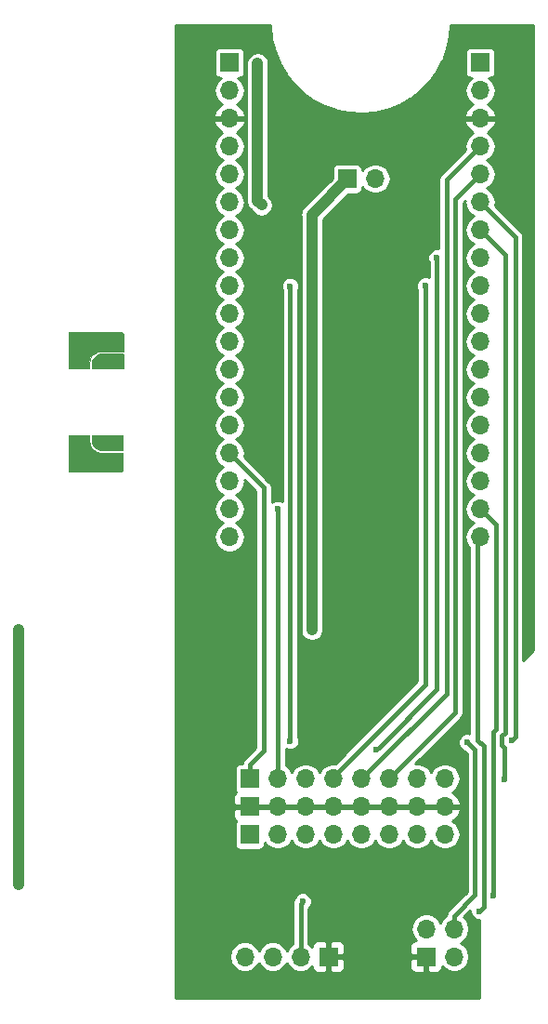
<source format=gbl>
G04 #@! TF.GenerationSoftware,KiCad,Pcbnew,5.0.0*
G04 #@! TF.CreationDate,2018-07-16T21:17:55+02:00*
G04 #@! TF.ProjectId,Heltec_Node,48656C7465635F4E6F64652E6B696361,rev?*
G04 #@! TF.SameCoordinates,Original*
G04 #@! TF.FileFunction,Copper,L2,Bot,Signal*
G04 #@! TF.FilePolarity,Positive*
%FSLAX46Y46*%
G04 Gerber Fmt 4.6, Leading zero omitted, Abs format (unit mm)*
G04 Created by KiCad (PCBNEW 5.0.0) date Mon Jul 16 21:17:55 2018*
%MOMM*%
%LPD*%
G01*
G04 APERTURE LIST*
G04 #@! TA.AperFunction,ComponentPad*
%ADD10R,1.700000X1.700000*%
G04 #@! TD*
G04 #@! TA.AperFunction,ComponentPad*
%ADD11O,1.700000X1.700000*%
G04 #@! TD*
G04 #@! TA.AperFunction,ViaPad*
%ADD12C,0.600000*%
G04 #@! TD*
G04 #@! TA.AperFunction,Conductor*
%ADD13C,0.400000*%
G04 #@! TD*
G04 #@! TA.AperFunction,Conductor*
%ADD14C,1.000000*%
G04 #@! TD*
G04 #@! TA.AperFunction,NonConductor*
%ADD15C,0.050000*%
G04 #@! TD*
G04 #@! TA.AperFunction,Conductor*
%ADD16C,0.254000*%
G04 #@! TD*
G04 APERTURE END LIST*
D10*
G04 #@! TO.P,J1,1*
G04 #@! TO.N,GND*
X120060000Y-79600000D03*
D11*
G04 #@! TO.P,J1,2*
G04 #@! TO.N,+5V*
X120060000Y-82140000D03*
G04 #@! TO.P,J1,3*
G04 #@! TO.N,+3V3*
X120060000Y-84680000D03*
G04 #@! TO.P,J1,4*
G04 #@! TO.N,GND*
X120060000Y-87220000D03*
G04 #@! TO.P,J1,5*
G04 #@! TO.N,Net-(J1-Pad5)*
X120060000Y-89760000D03*
G04 #@! TO.P,J1,6*
G04 #@! TO.N,Net-(J1-Pad6)*
X120060000Y-92300000D03*
G04 #@! TO.P,J1,7*
G04 #@! TO.N,Net-(J1-Pad7)*
X120060000Y-94840000D03*
G04 #@! TO.P,J1,8*
G04 #@! TO.N,Net-(J1-Pad8)*
X120060000Y-97380000D03*
G04 #@! TO.P,J1,9*
G04 #@! TO.N,SCL*
X120060000Y-99920000D03*
G04 #@! TO.P,J1,10*
G04 #@! TO.N,Net-(J1-Pad10)*
X120060000Y-102460000D03*
G04 #@! TO.P,J1,11*
G04 #@! TO.N,23*
X120060000Y-105000000D03*
G04 #@! TO.P,J1,12*
G04 #@! TO.N,Net-(J1-Pad12)*
X120060000Y-107540000D03*
G04 #@! TO.P,J1,13*
G04 #@! TO.N,Net-(J1-Pad13)*
X120060000Y-110080000D03*
G04 #@! TO.P,J1,14*
G04 #@! TO.N,Net-(J1-Pad14)*
X120060000Y-112620000D03*
G04 #@! TO.P,J1,15*
G04 #@! TO.N,2*
X120060000Y-115160000D03*
G04 #@! TO.P,J1,16*
G04 #@! TO.N,Net-(J1-Pad16)*
X120060000Y-117700000D03*
G04 #@! TO.P,J1,17*
G04 #@! TO.N,17*
X120060000Y-120240000D03*
G04 #@! TO.P,J1,18*
G04 #@! TO.N,Net-(J1-Pad18)*
X120060000Y-122780000D03*
G04 #@! TD*
D10*
G04 #@! TO.P,J2,1*
G04 #@! TO.N,GND*
X142920000Y-79600000D03*
D11*
G04 #@! TO.P,J2,2*
G04 #@! TO.N,+5V*
X142920000Y-82140000D03*
G04 #@! TO.P,J2,3*
G04 #@! TO.N,+3V3*
X142920000Y-84680000D03*
G04 #@! TO.P,J2,4*
G04 #@! TO.N,36*
X142920000Y-87220000D03*
G04 #@! TO.P,J2,5*
G04 #@! TO.N,37*
X142920000Y-89760000D03*
G04 #@! TO.P,J2,6*
G04 #@! TO.N,38*
X142920000Y-92300000D03*
G04 #@! TO.P,J2,7*
G04 #@! TO.N,39*
X142920000Y-94840000D03*
G04 #@! TO.P,J2,8*
G04 #@! TO.N,34*
X142920000Y-97380000D03*
G04 #@! TO.P,J2,9*
G04 #@! TO.N,35*
X142920000Y-99920000D03*
G04 #@! TO.P,J2,10*
G04 #@! TO.N,Net-(J2-Pad10)*
X142920000Y-102460000D03*
G04 #@! TO.P,J2,11*
G04 #@! TO.N,Net-(J2-Pad11)*
X142920000Y-105000000D03*
G04 #@! TO.P,J2,12*
G04 #@! TO.N,DAC2*
X142920000Y-107540000D03*
G04 #@! TO.P,J2,13*
G04 #@! TO.N,Net-(J2-Pad13)*
X142920000Y-110080000D03*
G04 #@! TO.P,J2,14*
G04 #@! TO.N,Net-(J2-Pad14)*
X142920000Y-112620000D03*
G04 #@! TO.P,J2,15*
G04 #@! TO.N,Net-(J2-Pad15)*
X142920000Y-115160000D03*
G04 #@! TO.P,J2,16*
G04 #@! TO.N,12*
X142920000Y-117700000D03*
G04 #@! TO.P,J2,17*
G04 #@! TO.N,DHT_D*
X142920000Y-120240000D03*
G04 #@! TO.P,J2,18*
G04 #@! TO.N,SDA*
X142920000Y-122780000D03*
G04 #@! TD*
D10*
G04 #@! TO.P,J3,1*
G04 #@! TO.N,2*
X121920000Y-144780000D03*
D11*
G04 #@! TO.P,J3,2*
G04 #@! TO.N,17*
X124460000Y-144780000D03*
G04 #@! TO.P,J3,3*
G04 #@! TO.N,34*
X127000000Y-144780000D03*
G04 #@! TO.P,J3,4*
G04 #@! TO.N,35*
X129540000Y-144780000D03*
G04 #@! TO.P,J3,5*
G04 #@! TO.N,36*
X132080000Y-144780000D03*
G04 #@! TO.P,J3,6*
G04 #@! TO.N,37*
X134620000Y-144780000D03*
G04 #@! TO.P,J3,7*
G04 #@! TO.N,38*
X137160000Y-144780000D03*
G04 #@! TO.P,J3,8*
G04 #@! TO.N,39*
X139700000Y-144780000D03*
G04 #@! TD*
D10*
G04 #@! TO.P,J4,1*
G04 #@! TO.N,+3V3*
X121920000Y-147320000D03*
D11*
G04 #@! TO.P,J4,2*
X124460000Y-147320000D03*
G04 #@! TO.P,J4,3*
X127000000Y-147320000D03*
G04 #@! TO.P,J4,4*
X129540000Y-147320000D03*
G04 #@! TO.P,J4,5*
X132080000Y-147320000D03*
G04 #@! TO.P,J4,6*
X134620000Y-147320000D03*
G04 #@! TO.P,J4,7*
X137160000Y-147320000D03*
G04 #@! TO.P,J4,8*
X139700000Y-147320000D03*
G04 #@! TD*
D10*
G04 #@! TO.P,J5,1*
G04 #@! TO.N,GND*
X121920000Y-149860000D03*
D11*
G04 #@! TO.P,J5,2*
X124460000Y-149860000D03*
G04 #@! TO.P,J5,3*
X127000000Y-149860000D03*
G04 #@! TO.P,J5,4*
X129540000Y-149860000D03*
G04 #@! TO.P,J5,5*
X132080000Y-149860000D03*
G04 #@! TO.P,J5,6*
X134620000Y-149860000D03*
G04 #@! TO.P,J5,7*
X137160000Y-149860000D03*
G04 #@! TO.P,J5,8*
X139700000Y-149860000D03*
G04 #@! TD*
D10*
G04 #@! TO.P,J6,1*
G04 #@! TO.N,+3V3*
X138000000Y-161000000D03*
D11*
G04 #@! TO.P,J6,2*
G04 #@! TO.N,SDA*
X138000000Y-158460000D03*
G04 #@! TO.P,J6,3*
G04 #@! TO.N,GND*
X140540000Y-161000000D03*
G04 #@! TO.P,J6,4*
G04 #@! TO.N,SCL*
X140540000Y-158460000D03*
G04 #@! TD*
D10*
G04 #@! TO.P,J7,1*
G04 #@! TO.N,+3V3*
X129080000Y-161000000D03*
D11*
G04 #@! TO.P,J7,2*
G04 #@! TO.N,DHT_D*
X126540000Y-161000000D03*
G04 #@! TO.P,J7,3*
G04 #@! TO.N,Net-(J7-Pad3)*
X124000000Y-161000000D03*
G04 #@! TO.P,J7,4*
G04 #@! TO.N,GND*
X121460000Y-161000000D03*
G04 #@! TD*
D10*
G04 #@! TO.P,J8,1*
G04 #@! TO.N,Net-(BT1-Pad1)*
X130810000Y-90170000D03*
D11*
G04 #@! TO.P,J8,2*
G04 #@! TO.N,Net-(BT1-Pad2)*
X133350000Y-90170000D03*
G04 #@! TD*
D12*
G04 #@! TO.N,SCL*
X125589533Y-99945845D03*
X125589533Y-141346392D03*
X141732000Y-141478000D03*
G04 #@! TO.N,17*
X124460000Y-120240000D03*
G04 #@! TO.N,38*
X145802158Y-141267883D03*
G04 #@! TO.N,39*
X145163802Y-144813799D03*
G04 #@! TO.N,34*
X133438560Y-142182130D03*
X138954588Y-97372364D03*
G04 #@! TO.N,35*
X137922890Y-99892054D03*
G04 #@! TO.N,DHT_D*
X144127827Y-155448000D03*
X126746000Y-155956000D03*
G04 #@! TO.N,SDA*
X142858527Y-156836173D03*
G04 #@! TO.N,Net-(BT1-Pad1)*
X100883814Y-131221968D03*
X127579147Y-131223061D03*
X100838000Y-154432000D03*
G04 #@! TO.N,Net-(BT1-Pad2)*
X122631530Y-79696649D03*
X122995450Y-92550160D03*
G04 #@! TD*
D13*
G04 #@! TO.N,SCL*
X140540000Y-158460000D02*
X140540000Y-157257919D01*
X142427806Y-155370113D02*
X142427806Y-142173806D01*
X142427806Y-142173806D02*
X141732000Y-141478000D01*
X140540000Y-157257919D02*
X142427806Y-155370113D01*
X125563688Y-99920000D02*
X125589533Y-99945845D01*
X125589533Y-99945845D02*
X125589533Y-140922128D01*
X125589533Y-140922128D02*
X125589533Y-141346392D01*
G04 #@! TO.N,2*
X123190000Y-142260000D02*
X123190000Y-118290000D01*
X123190000Y-118290000D02*
X120060000Y-115160000D01*
X121920000Y-144780000D02*
X121920000Y-143530000D01*
X121920000Y-143530000D02*
X123190000Y-142260000D01*
G04 #@! TO.N,17*
X124460000Y-144780000D02*
X124460000Y-120240000D01*
G04 #@! TO.N,36*
X132080000Y-144780000D02*
X132929999Y-143930001D01*
X139854598Y-90285402D02*
X142070001Y-88069999D01*
X132963497Y-143930001D02*
X139854598Y-137038900D01*
X132929999Y-143930001D02*
X132963497Y-143930001D01*
X139854598Y-137038900D02*
X139854598Y-90285402D01*
X142070001Y-88069999D02*
X142920000Y-87220000D01*
G04 #@! TO.N,37*
X140654609Y-92025391D02*
X140654609Y-138745391D01*
X142920000Y-89760000D02*
X140654609Y-92025391D01*
X135469999Y-143930001D02*
X134620000Y-144780000D01*
X140654609Y-138745391D02*
X135469999Y-143930001D01*
G04 #@! TO.N,38*
X146102157Y-140967884D02*
X145802158Y-141267883D01*
X146102157Y-95482157D02*
X146102157Y-140967884D01*
X142920000Y-92300000D02*
X146102157Y-95482157D01*
G04 #@! TO.N,39*
X145163802Y-141990838D02*
X145163802Y-144389535D01*
X145170012Y-97090012D02*
X145170012Y-140597336D01*
X142920000Y-94840000D02*
X145170012Y-97090012D01*
X144902157Y-140865191D02*
X144902157Y-141729193D01*
X144902157Y-141729193D02*
X145163802Y-141990838D01*
X145163802Y-144389535D02*
X145163802Y-144813799D01*
X145170012Y-140597336D02*
X144902157Y-140865191D01*
G04 #@! TO.N,34*
X133738559Y-141882131D02*
X133438560Y-142182130D01*
X138954588Y-136666102D02*
X133738559Y-141882131D01*
X138954588Y-97372364D02*
X138954588Y-136666102D01*
G04 #@! TO.N,35*
X129540000Y-144592448D02*
X137927560Y-136204888D01*
X137927560Y-136204888D02*
X137927560Y-100320988D01*
X137922890Y-100316318D02*
X137922890Y-99892054D01*
X137927560Y-100320988D02*
X137922890Y-100316318D01*
X129540000Y-144780000D02*
X129540000Y-144592448D01*
G04 #@! TO.N,DHT_D*
X142920000Y-120240000D02*
X144370001Y-121690001D01*
X144127827Y-155023736D02*
X144127827Y-155448000D01*
X144370001Y-121690001D02*
X144370001Y-140265961D01*
X144370001Y-140265961D02*
X144102146Y-140533816D01*
X144102146Y-140533816D02*
X144102146Y-142104532D01*
X144102146Y-142104532D02*
X144127827Y-142130213D01*
X144127827Y-142130213D02*
X144127827Y-155023736D01*
X126540000Y-161000000D02*
X126540000Y-156162000D01*
X126540000Y-156162000D02*
X126746000Y-155956000D01*
G04 #@! TO.N,SDA*
X142920000Y-122780000D02*
X142657303Y-123042697D01*
X143227817Y-141842431D02*
X143227817Y-156466883D01*
X142657303Y-123042697D02*
X142657303Y-141271917D01*
X142657303Y-141271917D02*
X143227817Y-141842431D01*
X143227817Y-156466883D02*
X143158526Y-156536174D01*
X143158526Y-156536174D02*
X142858527Y-156836173D01*
D14*
G04 #@! TO.N,Net-(BT1-Pad1)*
X100838000Y-131267782D02*
X100883814Y-131221968D01*
X100838000Y-154432000D02*
X100838000Y-131267782D01*
X127579147Y-130798797D02*
X127579147Y-131223061D01*
X127579147Y-93420853D02*
X127579147Y-130798797D01*
X131000000Y-90000000D02*
X127579147Y-93420853D01*
G04 #@! TO.N,Net-(BT1-Pad2)*
X122631530Y-92186240D02*
X122631530Y-80120913D01*
X122995450Y-92550160D02*
X122631530Y-92186240D01*
X122631530Y-80120913D02*
X122631530Y-79696649D01*
G04 #@! TD*
D15*
G36*
X110289431Y-104207530D02*
X110308095Y-104252589D01*
X110308096Y-104252590D01*
X110376241Y-104354576D01*
X110376241Y-105866801D01*
X108361662Y-105866801D01*
X108349586Y-105869203D01*
X108349583Y-105869203D01*
X107966900Y-105945323D01*
X107966899Y-105945323D01*
X107921839Y-105963987D01*
X107597416Y-106180760D01*
X107562928Y-106215248D01*
X107346156Y-106539671D01*
X107346155Y-106539672D01*
X107327491Y-106584732D01*
X107251371Y-106967415D01*
X107251371Y-106967423D01*
X107248970Y-106979494D01*
X107248970Y-107466801D01*
X105426241Y-107466801D01*
X105426241Y-104118889D01*
X110271393Y-104116844D01*
X110289431Y-104207530D01*
X110289431Y-104207530D01*
G37*
X110289431Y-104207530D02*
X110308095Y-104252589D01*
X110308096Y-104252590D01*
X110376241Y-104354576D01*
X110376241Y-105866801D01*
X108361662Y-105866801D01*
X108349586Y-105869203D01*
X108349583Y-105869203D01*
X107966900Y-105945323D01*
X107966899Y-105945323D01*
X107921839Y-105963987D01*
X107597416Y-106180760D01*
X107562928Y-106215248D01*
X107346156Y-106539671D01*
X107346155Y-106539672D01*
X107327491Y-106584732D01*
X107251371Y-106967415D01*
X107251371Y-106967423D01*
X107248970Y-106979494D01*
X107248970Y-107466801D01*
X105426241Y-107466801D01*
X105426241Y-104118889D01*
X110271393Y-104116844D01*
X110289431Y-104207530D01*
G36*
X110376241Y-106119702D02*
X110376241Y-107466801D01*
X107498969Y-107466801D01*
X107498969Y-107004111D01*
X107567836Y-106657891D01*
X107756983Y-106374813D01*
X108040059Y-106185668D01*
X108386279Y-106116801D01*
X110361659Y-106116801D01*
X110376241Y-106119702D01*
X110376241Y-106119702D01*
G37*
X110376241Y-106119702D02*
X110376241Y-107466801D01*
X107498969Y-107466801D01*
X107498969Y-107004111D01*
X107567836Y-106657891D01*
X107756983Y-106374813D01*
X108040059Y-106185668D01*
X108386279Y-106116801D01*
X110361659Y-106116801D01*
X110376241Y-106119702D01*
G36*
X107248969Y-114004107D02*
X107251371Y-114016183D01*
X107251371Y-114016187D01*
X107327491Y-114398870D01*
X107327491Y-114398871D01*
X107346155Y-114443930D01*
X107562928Y-114768354D01*
X107597416Y-114802842D01*
X107921839Y-115019615D01*
X107966899Y-115038279D01*
X107966900Y-115038279D01*
X108349583Y-115114399D01*
X108349586Y-115114399D01*
X108361662Y-115116801D01*
X110348969Y-115116801D01*
X110348969Y-116677842D01*
X110308096Y-116739012D01*
X110308095Y-116739013D01*
X110289431Y-116784072D01*
X110272967Y-116866845D01*
X105398969Y-116868957D01*
X105398969Y-113516801D01*
X107248969Y-113516801D01*
X107248969Y-114004107D01*
X107248969Y-114004107D01*
G37*
X107248969Y-114004107D02*
X107251371Y-114016183D01*
X107251371Y-114016187D01*
X107327491Y-114398870D01*
X107327491Y-114398871D01*
X107346155Y-114443930D01*
X107562928Y-114768354D01*
X107597416Y-114802842D01*
X107921839Y-115019615D01*
X107966899Y-115038279D01*
X107966900Y-115038279D01*
X108349583Y-115114399D01*
X108349586Y-115114399D01*
X108361662Y-115116801D01*
X110348969Y-115116801D01*
X110348969Y-116677842D01*
X110308096Y-116739012D01*
X110308095Y-116739013D01*
X110289431Y-116784072D01*
X110272967Y-116866845D01*
X105398969Y-116868957D01*
X105398969Y-113516801D01*
X107248969Y-113516801D01*
X107248969Y-114004107D01*
G36*
X110348969Y-114866801D02*
X108386279Y-114866801D01*
X108040059Y-114797934D01*
X107756983Y-114608789D01*
X107567836Y-114325711D01*
X107498969Y-113979491D01*
X107498969Y-113516801D01*
X110348969Y-113516801D01*
X110348969Y-114866801D01*
X110348969Y-114866801D01*
G37*
X110348969Y-114866801D02*
X108386279Y-114866801D01*
X108040059Y-114797934D01*
X107756983Y-114608789D01*
X107567836Y-114325711D01*
X107498969Y-113979491D01*
X107498969Y-113516801D01*
X110348969Y-113516801D01*
X110348969Y-114866801D01*
D16*
G04 #@! TO.N,+3V3*
G36*
X123776976Y-76254852D02*
X123777515Y-76261075D01*
X123777515Y-76267318D01*
X123778130Y-76274423D01*
X123893307Y-77398570D01*
X123895454Y-77410870D01*
X123897210Y-77423210D01*
X123898820Y-77430157D01*
X124171243Y-78526860D01*
X124175100Y-78538730D01*
X124178579Y-78550705D01*
X124181152Y-78557355D01*
X124605382Y-79604732D01*
X124610870Y-79615935D01*
X124616005Y-79627306D01*
X124619489Y-79633527D01*
X125187065Y-80610681D01*
X125194067Y-80620983D01*
X125200762Y-80631533D01*
X125205088Y-80637201D01*
X125904684Y-81524635D01*
X125913079Y-81533860D01*
X125921182Y-81543348D01*
X125926264Y-81548350D01*
X126743921Y-82328356D01*
X126753513Y-82336291D01*
X126762891Y-82344559D01*
X126768627Y-82348795D01*
X127688030Y-83005810D01*
X127698665Y-83012327D01*
X127709094Y-83019178D01*
X127715370Y-83022564D01*
X128718175Y-83543480D01*
X128729629Y-83548436D01*
X128740913Y-83553746D01*
X128747603Y-83556214D01*
X129813802Y-83930636D01*
X129825834Y-83933928D01*
X129837759Y-83937596D01*
X129844730Y-83939097D01*
X130953048Y-84159556D01*
X130965421Y-84161119D01*
X130977747Y-84163071D01*
X130984860Y-84163575D01*
X132113185Y-84225670D01*
X132125647Y-84225474D01*
X132138133Y-84225670D01*
X132145246Y-84225166D01*
X133271063Y-84127660D01*
X133283379Y-84125709D01*
X133295762Y-84124145D01*
X133302730Y-84122645D01*
X133302734Y-84122644D01*
X133302737Y-84122643D01*
X134403580Y-83867481D01*
X134415502Y-83863814D01*
X134427537Y-83860521D01*
X134434227Y-83858053D01*
X135488138Y-83450325D01*
X135499408Y-83445021D01*
X135510875Y-83440059D01*
X135517151Y-83436673D01*
X136503100Y-82884516D01*
X136513529Y-82877665D01*
X136524164Y-82871148D01*
X136529900Y-82866911D01*
X137428212Y-82181342D01*
X137437577Y-82173085D01*
X137447182Y-82165139D01*
X137452264Y-82160137D01*
X138245017Y-81354831D01*
X138253115Y-81345349D01*
X138261515Y-81336118D01*
X138265841Y-81330449D01*
X138937216Y-80421480D01*
X138943896Y-80410953D01*
X138950913Y-80400628D01*
X138954397Y-80394406D01*
X139491000Y-79399908D01*
X139496128Y-79388551D01*
X139501623Y-79377334D01*
X139504195Y-79370684D01*
X139895319Y-78310497D01*
X139898797Y-78298525D01*
X139902654Y-78286653D01*
X139904264Y-78279706D01*
X140142104Y-77174987D01*
X140143860Y-77162647D01*
X140146007Y-77150347D01*
X140146622Y-77143242D01*
X140211496Y-76227000D01*
X147773001Y-76227000D01*
X147773000Y-132977644D01*
X147768553Y-133000000D01*
X147773000Y-133022355D01*
X147777154Y-133043240D01*
X146829157Y-133991237D01*
X146829157Y-95553752D01*
X146843398Y-95482157D01*
X146829157Y-95410562D01*
X146829157Y-95410558D01*
X146786975Y-95198496D01*
X146666852Y-95018718D01*
X146666847Y-95018713D01*
X146626293Y-94958020D01*
X146565600Y-94917467D01*
X144261621Y-92613488D01*
X144323977Y-92300000D01*
X144217106Y-91762721D01*
X143912762Y-91307238D01*
X143497846Y-91030000D01*
X143912762Y-90752762D01*
X144217106Y-90297279D01*
X144323977Y-89760000D01*
X144217106Y-89222721D01*
X143912762Y-88767238D01*
X143497846Y-88490000D01*
X143912762Y-88212762D01*
X144217106Y-87757279D01*
X144323977Y-87220000D01*
X144217106Y-86682721D01*
X143912762Y-86227238D01*
X143557364Y-85989769D01*
X143801358Y-85875183D01*
X144191645Y-85446924D01*
X144361476Y-85036890D01*
X144240155Y-84807000D01*
X143047000Y-84807000D01*
X143047000Y-84827000D01*
X142793000Y-84827000D01*
X142793000Y-84807000D01*
X141599845Y-84807000D01*
X141478524Y-85036890D01*
X141648355Y-85446924D01*
X142038642Y-85875183D01*
X142282636Y-85989769D01*
X141927238Y-86227238D01*
X141622894Y-86682721D01*
X141516023Y-87220000D01*
X141578379Y-87533488D01*
X139391160Y-89720708D01*
X139330462Y-89761265D01*
X139289905Y-89821963D01*
X139289904Y-89821964D01*
X139169780Y-90001742D01*
X139113357Y-90285402D01*
X139127599Y-90357002D01*
X139127599Y-96548889D01*
X139119089Y-96545364D01*
X138790087Y-96545364D01*
X138486130Y-96671267D01*
X138253491Y-96903906D01*
X138127588Y-97207863D01*
X138127588Y-97536865D01*
X138227588Y-97778287D01*
X138227588Y-99123125D01*
X138087391Y-99065054D01*
X137758389Y-99065054D01*
X137454432Y-99190957D01*
X137221793Y-99423596D01*
X137095890Y-99727553D01*
X137095890Y-100056555D01*
X137188734Y-100280700D01*
X137181649Y-100316318D01*
X137195890Y-100387913D01*
X137195890Y-100387916D01*
X137200561Y-100411399D01*
X137200560Y-135903755D01*
X129697053Y-143407263D01*
X129675623Y-143403000D01*
X129404377Y-143403000D01*
X129002721Y-143482894D01*
X128547238Y-143787238D01*
X128270000Y-144202154D01*
X127992762Y-143787238D01*
X127537279Y-143482894D01*
X127135623Y-143403000D01*
X126864377Y-143403000D01*
X126462721Y-143482894D01*
X126007238Y-143787238D01*
X125730000Y-144202154D01*
X125452762Y-143787238D01*
X125187000Y-143609662D01*
X125187000Y-142074796D01*
X125425032Y-142173392D01*
X125754034Y-142173392D01*
X126057991Y-142047489D01*
X126290630Y-141814850D01*
X126416533Y-141510893D01*
X126416533Y-141181891D01*
X126316533Y-140940469D01*
X126316533Y-100351768D01*
X126416533Y-100110346D01*
X126416533Y-99781344D01*
X126290630Y-99477387D01*
X126057991Y-99244748D01*
X125754034Y-99118845D01*
X125425032Y-99118845D01*
X125121075Y-99244748D01*
X124888436Y-99477387D01*
X124762533Y-99781344D01*
X124762533Y-100110346D01*
X124862533Y-100351768D01*
X124862533Y-119511596D01*
X124624501Y-119413000D01*
X124295499Y-119413000D01*
X123991542Y-119538903D01*
X123917000Y-119613445D01*
X123917000Y-118361593D01*
X123931241Y-118289999D01*
X123917000Y-118218405D01*
X123917000Y-118218401D01*
X123874818Y-118006339D01*
X123714137Y-117765863D01*
X123653439Y-117725306D01*
X121401621Y-115473488D01*
X121463977Y-115160000D01*
X121357106Y-114622721D01*
X121052762Y-114167238D01*
X120637846Y-113890000D01*
X121052762Y-113612762D01*
X121357106Y-113157279D01*
X121463977Y-112620000D01*
X121357106Y-112082721D01*
X121052762Y-111627238D01*
X120637846Y-111350000D01*
X121052762Y-111072762D01*
X121357106Y-110617279D01*
X121463977Y-110080000D01*
X121357106Y-109542721D01*
X121052762Y-109087238D01*
X120637846Y-108810000D01*
X121052762Y-108532762D01*
X121357106Y-108077279D01*
X121463977Y-107540000D01*
X121357106Y-107002721D01*
X121052762Y-106547238D01*
X120637846Y-106270000D01*
X121052762Y-105992762D01*
X121357106Y-105537279D01*
X121463977Y-105000000D01*
X121357106Y-104462721D01*
X121052762Y-104007238D01*
X120637846Y-103730000D01*
X121052762Y-103452762D01*
X121357106Y-102997279D01*
X121463977Y-102460000D01*
X121357106Y-101922721D01*
X121052762Y-101467238D01*
X120637846Y-101190000D01*
X121052762Y-100912762D01*
X121357106Y-100457279D01*
X121463977Y-99920000D01*
X121357106Y-99382721D01*
X121052762Y-98927238D01*
X120637846Y-98650000D01*
X121052762Y-98372762D01*
X121357106Y-97917279D01*
X121463977Y-97380000D01*
X121357106Y-96842721D01*
X121052762Y-96387238D01*
X120637846Y-96110000D01*
X121052762Y-95832762D01*
X121357106Y-95377279D01*
X121463977Y-94840000D01*
X121357106Y-94302721D01*
X121052762Y-93847238D01*
X120637846Y-93570000D01*
X121052762Y-93292762D01*
X121357106Y-92837279D01*
X121463977Y-92300000D01*
X121441349Y-92186240D01*
X121584410Y-92186240D01*
X121604530Y-92287389D01*
X121664117Y-92586954D01*
X121891104Y-92926666D01*
X121976861Y-92983967D01*
X122340776Y-93347882D01*
X122594735Y-93517572D01*
X122995450Y-93597280D01*
X123396166Y-93517572D01*
X123540915Y-93420853D01*
X126532027Y-93420853D01*
X126552147Y-93522002D01*
X126552148Y-130697643D01*
X126552147Y-130697648D01*
X126552147Y-131324211D01*
X126611734Y-131623776D01*
X126838722Y-131963487D01*
X127178433Y-132190474D01*
X127579147Y-132270181D01*
X127979862Y-132190474D01*
X128319573Y-131963487D01*
X128546560Y-131623775D01*
X128606147Y-131324210D01*
X128606147Y-93846249D01*
X130895073Y-91557324D01*
X131660000Y-91557324D01*
X131865625Y-91516423D01*
X132039945Y-91399945D01*
X132156423Y-91225625D01*
X132197324Y-91020000D01*
X132197324Y-90923434D01*
X132357238Y-91162762D01*
X132812721Y-91467106D01*
X133214377Y-91547000D01*
X133485623Y-91547000D01*
X133887279Y-91467106D01*
X134342762Y-91162762D01*
X134647106Y-90707279D01*
X134753977Y-90170000D01*
X134647106Y-89632721D01*
X134342762Y-89177238D01*
X133887279Y-88872894D01*
X133485623Y-88793000D01*
X133214377Y-88793000D01*
X132812721Y-88872894D01*
X132357238Y-89177238D01*
X132197324Y-89416566D01*
X132197324Y-89320000D01*
X132156423Y-89114375D01*
X132039945Y-88940055D01*
X131865625Y-88823577D01*
X131660000Y-88782676D01*
X129960000Y-88782676D01*
X129754375Y-88823577D01*
X129580055Y-88940055D01*
X129463577Y-89114375D01*
X129422676Y-89320000D01*
X129422676Y-90124927D01*
X126924477Y-92623127D01*
X126838721Y-92680427D01*
X126611734Y-93020139D01*
X126569322Y-93233360D01*
X126532027Y-93420853D01*
X123540915Y-93420853D01*
X123735875Y-93290585D01*
X123962862Y-92950876D01*
X124042570Y-92550160D01*
X123962862Y-92149445D01*
X123793172Y-91895486D01*
X123658530Y-91760844D01*
X123658530Y-84323110D01*
X141478524Y-84323110D01*
X141599845Y-84553000D01*
X142793000Y-84553000D01*
X142793000Y-84533000D01*
X143047000Y-84533000D01*
X143047000Y-84553000D01*
X144240155Y-84553000D01*
X144361476Y-84323110D01*
X144191645Y-83913076D01*
X143801358Y-83484817D01*
X143557364Y-83370231D01*
X143912762Y-83132762D01*
X144217106Y-82677279D01*
X144323977Y-82140000D01*
X144217106Y-81602721D01*
X143912762Y-81147238D01*
X143673434Y-80987324D01*
X143770000Y-80987324D01*
X143975625Y-80946423D01*
X144149945Y-80829945D01*
X144266423Y-80655625D01*
X144307324Y-80450000D01*
X144307324Y-78750000D01*
X144266423Y-78544375D01*
X144149945Y-78370055D01*
X143975625Y-78253577D01*
X143770000Y-78212676D01*
X142070000Y-78212676D01*
X141864375Y-78253577D01*
X141690055Y-78370055D01*
X141573577Y-78544375D01*
X141532676Y-78750000D01*
X141532676Y-80450000D01*
X141573577Y-80655625D01*
X141690055Y-80829945D01*
X141864375Y-80946423D01*
X142070000Y-80987324D01*
X142166566Y-80987324D01*
X141927238Y-81147238D01*
X141622894Y-81602721D01*
X141516023Y-82140000D01*
X141622894Y-82677279D01*
X141927238Y-83132762D01*
X142282636Y-83370231D01*
X142038642Y-83484817D01*
X141648355Y-83913076D01*
X141478524Y-84323110D01*
X123658530Y-84323110D01*
X123658530Y-79595500D01*
X123598943Y-79295935D01*
X123371956Y-78956223D01*
X123032245Y-78729236D01*
X122631530Y-78649529D01*
X122230816Y-78729236D01*
X121891105Y-78956223D01*
X121664117Y-79295934D01*
X121604530Y-79595499D01*
X121604530Y-80222062D01*
X121604531Y-80222067D01*
X121604530Y-92085091D01*
X121584410Y-92186240D01*
X121441349Y-92186240D01*
X121357106Y-91762721D01*
X121052762Y-91307238D01*
X120637846Y-91030000D01*
X121052762Y-90752762D01*
X121357106Y-90297279D01*
X121463977Y-89760000D01*
X121357106Y-89222721D01*
X121052762Y-88767238D01*
X120637846Y-88490000D01*
X121052762Y-88212762D01*
X121357106Y-87757279D01*
X121463977Y-87220000D01*
X121357106Y-86682721D01*
X121052762Y-86227238D01*
X120697364Y-85989769D01*
X120941358Y-85875183D01*
X121331645Y-85446924D01*
X121501476Y-85036890D01*
X121380155Y-84807000D01*
X120187000Y-84807000D01*
X120187000Y-84827000D01*
X119933000Y-84827000D01*
X119933000Y-84807000D01*
X118739845Y-84807000D01*
X118618524Y-85036890D01*
X118788355Y-85446924D01*
X119178642Y-85875183D01*
X119422636Y-85989769D01*
X119067238Y-86227238D01*
X118762894Y-86682721D01*
X118656023Y-87220000D01*
X118762894Y-87757279D01*
X119067238Y-88212762D01*
X119482154Y-88490000D01*
X119067238Y-88767238D01*
X118762894Y-89222721D01*
X118656023Y-89760000D01*
X118762894Y-90297279D01*
X119067238Y-90752762D01*
X119482154Y-91030000D01*
X119067238Y-91307238D01*
X118762894Y-91762721D01*
X118656023Y-92300000D01*
X118762894Y-92837279D01*
X119067238Y-93292762D01*
X119482154Y-93570000D01*
X119067238Y-93847238D01*
X118762894Y-94302721D01*
X118656023Y-94840000D01*
X118762894Y-95377279D01*
X119067238Y-95832762D01*
X119482154Y-96110000D01*
X119067238Y-96387238D01*
X118762894Y-96842721D01*
X118656023Y-97380000D01*
X118762894Y-97917279D01*
X119067238Y-98372762D01*
X119482154Y-98650000D01*
X119067238Y-98927238D01*
X118762894Y-99382721D01*
X118656023Y-99920000D01*
X118762894Y-100457279D01*
X119067238Y-100912762D01*
X119482154Y-101190000D01*
X119067238Y-101467238D01*
X118762894Y-101922721D01*
X118656023Y-102460000D01*
X118762894Y-102997279D01*
X119067238Y-103452762D01*
X119482154Y-103730000D01*
X119067238Y-104007238D01*
X118762894Y-104462721D01*
X118656023Y-105000000D01*
X118762894Y-105537279D01*
X119067238Y-105992762D01*
X119482154Y-106270000D01*
X119067238Y-106547238D01*
X118762894Y-107002721D01*
X118656023Y-107540000D01*
X118762894Y-108077279D01*
X119067238Y-108532762D01*
X119482154Y-108810000D01*
X119067238Y-109087238D01*
X118762894Y-109542721D01*
X118656023Y-110080000D01*
X118762894Y-110617279D01*
X119067238Y-111072762D01*
X119482154Y-111350000D01*
X119067238Y-111627238D01*
X118762894Y-112082721D01*
X118656023Y-112620000D01*
X118762894Y-113157279D01*
X119067238Y-113612762D01*
X119482154Y-113890000D01*
X119067238Y-114167238D01*
X118762894Y-114622721D01*
X118656023Y-115160000D01*
X118762894Y-115697279D01*
X119067238Y-116152762D01*
X119482154Y-116430000D01*
X119067238Y-116707238D01*
X118762894Y-117162721D01*
X118656023Y-117700000D01*
X118762894Y-118237279D01*
X119067238Y-118692762D01*
X119482154Y-118970000D01*
X119067238Y-119247238D01*
X118762894Y-119702721D01*
X118656023Y-120240000D01*
X118762894Y-120777279D01*
X119067238Y-121232762D01*
X119482154Y-121510000D01*
X119067238Y-121787238D01*
X118762894Y-122242721D01*
X118656023Y-122780000D01*
X118762894Y-123317279D01*
X119067238Y-123772762D01*
X119522721Y-124077106D01*
X119924377Y-124157000D01*
X120195623Y-124157000D01*
X120597279Y-124077106D01*
X121052762Y-123772762D01*
X121357106Y-123317279D01*
X121463977Y-122780000D01*
X121357106Y-122242721D01*
X121052762Y-121787238D01*
X120637846Y-121510000D01*
X121052762Y-121232762D01*
X121357106Y-120777279D01*
X121463977Y-120240000D01*
X121357106Y-119702721D01*
X121052762Y-119247238D01*
X120637846Y-118970000D01*
X121052762Y-118692762D01*
X121357106Y-118237279D01*
X121463977Y-117700000D01*
X121437188Y-117565320D01*
X122463001Y-118591134D01*
X122463000Y-141958867D01*
X121456562Y-142965306D01*
X121395864Y-143005863D01*
X121355307Y-143066561D01*
X121355306Y-143066562D01*
X121235182Y-143246340D01*
X121206074Y-143392676D01*
X121070000Y-143392676D01*
X120864375Y-143433577D01*
X120690055Y-143550055D01*
X120573577Y-143724375D01*
X120532676Y-143930000D01*
X120532676Y-145630000D01*
X120573577Y-145835625D01*
X120666813Y-145975161D01*
X120531673Y-146110302D01*
X120435000Y-146343691D01*
X120435000Y-147034250D01*
X120593750Y-147193000D01*
X121793000Y-147193000D01*
X121793000Y-147173000D01*
X122047000Y-147173000D01*
X122047000Y-147193000D01*
X124333000Y-147193000D01*
X124333000Y-147173000D01*
X124587000Y-147173000D01*
X124587000Y-147193000D01*
X126873000Y-147193000D01*
X126873000Y-147173000D01*
X127127000Y-147173000D01*
X127127000Y-147193000D01*
X129413000Y-147193000D01*
X129413000Y-147173000D01*
X129667000Y-147173000D01*
X129667000Y-147193000D01*
X131953000Y-147193000D01*
X131953000Y-147173000D01*
X132207000Y-147173000D01*
X132207000Y-147193000D01*
X134493000Y-147193000D01*
X134493000Y-147173000D01*
X134747000Y-147173000D01*
X134747000Y-147193000D01*
X137033000Y-147193000D01*
X137033000Y-147173000D01*
X137287000Y-147173000D01*
X137287000Y-147193000D01*
X139573000Y-147193000D01*
X139573000Y-147173000D01*
X139827000Y-147173000D01*
X139827000Y-147193000D01*
X141020819Y-147193000D01*
X141141486Y-146963108D01*
X140895183Y-146438642D01*
X140466924Y-146048355D01*
X140351720Y-146000639D01*
X140692762Y-145772762D01*
X140997106Y-145317279D01*
X141103977Y-144780000D01*
X140997106Y-144242721D01*
X140692762Y-143787238D01*
X140237279Y-143482894D01*
X139835623Y-143403000D01*
X139564377Y-143403000D01*
X139162721Y-143482894D01*
X138707238Y-143787238D01*
X138430000Y-144202154D01*
X138152762Y-143787238D01*
X137697279Y-143482894D01*
X137295623Y-143403000D01*
X137025132Y-143403000D01*
X141118048Y-139310085D01*
X141178746Y-139269528D01*
X141339427Y-139029052D01*
X141381609Y-138816990D01*
X141381609Y-138816986D01*
X141395850Y-138745391D01*
X141381609Y-138673796D01*
X141381609Y-92326523D01*
X141542812Y-92165320D01*
X141516023Y-92300000D01*
X141622894Y-92837279D01*
X141927238Y-93292762D01*
X142342154Y-93570000D01*
X141927238Y-93847238D01*
X141622894Y-94302721D01*
X141516023Y-94840000D01*
X141622894Y-95377279D01*
X141927238Y-95832762D01*
X142342154Y-96110000D01*
X141927238Y-96387238D01*
X141622894Y-96842721D01*
X141516023Y-97380000D01*
X141622894Y-97917279D01*
X141927238Y-98372762D01*
X142342154Y-98650000D01*
X141927238Y-98927238D01*
X141622894Y-99382721D01*
X141516023Y-99920000D01*
X141622894Y-100457279D01*
X141927238Y-100912762D01*
X142342154Y-101190000D01*
X141927238Y-101467238D01*
X141622894Y-101922721D01*
X141516023Y-102460000D01*
X141622894Y-102997279D01*
X141927238Y-103452762D01*
X142342154Y-103730000D01*
X141927238Y-104007238D01*
X141622894Y-104462721D01*
X141516023Y-105000000D01*
X141622894Y-105537279D01*
X141927238Y-105992762D01*
X142342154Y-106270000D01*
X141927238Y-106547238D01*
X141622894Y-107002721D01*
X141516023Y-107540000D01*
X141622894Y-108077279D01*
X141927238Y-108532762D01*
X142342154Y-108810000D01*
X141927238Y-109087238D01*
X141622894Y-109542721D01*
X141516023Y-110080000D01*
X141622894Y-110617279D01*
X141927238Y-111072762D01*
X142342154Y-111350000D01*
X141927238Y-111627238D01*
X141622894Y-112082721D01*
X141516023Y-112620000D01*
X141622894Y-113157279D01*
X141927238Y-113612762D01*
X142342154Y-113890000D01*
X141927238Y-114167238D01*
X141622894Y-114622721D01*
X141516023Y-115160000D01*
X141622894Y-115697279D01*
X141927238Y-116152762D01*
X142342154Y-116430000D01*
X141927238Y-116707238D01*
X141622894Y-117162721D01*
X141516023Y-117700000D01*
X141622894Y-118237279D01*
X141927238Y-118692762D01*
X142342154Y-118970000D01*
X141927238Y-119247238D01*
X141622894Y-119702721D01*
X141516023Y-120240000D01*
X141622894Y-120777279D01*
X141927238Y-121232762D01*
X142342154Y-121510000D01*
X141927238Y-121787238D01*
X141622894Y-122242721D01*
X141516023Y-122780000D01*
X141622894Y-123317279D01*
X141927238Y-123772762D01*
X141930303Y-123774810D01*
X141930304Y-140665002D01*
X141896501Y-140651000D01*
X141567499Y-140651000D01*
X141263542Y-140776903D01*
X141030903Y-141009542D01*
X140905000Y-141313499D01*
X140905000Y-141642501D01*
X141030903Y-141946458D01*
X141263542Y-142179097D01*
X141504965Y-142279098D01*
X141700807Y-142474940D01*
X141700806Y-155068980D01*
X140076562Y-156693225D01*
X140015864Y-156733782D01*
X139975307Y-156794480D01*
X139975306Y-156794481D01*
X139855182Y-156974259D01*
X139798759Y-157257919D01*
X139806003Y-157294337D01*
X139547238Y-157467238D01*
X139270000Y-157882154D01*
X138992762Y-157467238D01*
X138537279Y-157162894D01*
X138135623Y-157083000D01*
X137864377Y-157083000D01*
X137462721Y-157162894D01*
X137007238Y-157467238D01*
X136702894Y-157922721D01*
X136596023Y-158460000D01*
X136702894Y-158997279D01*
X137007238Y-159452762D01*
X137100384Y-159515000D01*
X137023690Y-159515000D01*
X136790301Y-159611673D01*
X136611673Y-159790302D01*
X136515000Y-160023691D01*
X136515000Y-160714250D01*
X136673750Y-160873000D01*
X137873000Y-160873000D01*
X137873000Y-160853000D01*
X138127000Y-160853000D01*
X138127000Y-160873000D01*
X138147000Y-160873000D01*
X138147000Y-161127000D01*
X138127000Y-161127000D01*
X138127000Y-162326250D01*
X138285750Y-162485000D01*
X138976310Y-162485000D01*
X139209699Y-162388327D01*
X139388327Y-162209698D01*
X139485000Y-161976309D01*
X139485000Y-161899616D01*
X139547238Y-161992762D01*
X140002721Y-162297106D01*
X140404377Y-162377000D01*
X140675623Y-162377000D01*
X141077279Y-162297106D01*
X141532762Y-161992762D01*
X141837106Y-161537279D01*
X141943977Y-161000000D01*
X141837106Y-160462721D01*
X141532762Y-160007238D01*
X141117846Y-159730000D01*
X141532762Y-159452762D01*
X141837106Y-158997279D01*
X141943977Y-158460000D01*
X141837106Y-157922721D01*
X141532762Y-157467238D01*
X141428487Y-157397564D01*
X142031527Y-156794525D01*
X142031527Y-157000674D01*
X142157430Y-157304631D01*
X142390069Y-157537270D01*
X142694026Y-157663173D01*
X142873000Y-157663173D01*
X142873000Y-164773000D01*
X115127000Y-164773000D01*
X115127000Y-161000000D01*
X120056023Y-161000000D01*
X120162894Y-161537279D01*
X120467238Y-161992762D01*
X120922721Y-162297106D01*
X121324377Y-162377000D01*
X121595623Y-162377000D01*
X121997279Y-162297106D01*
X122452762Y-161992762D01*
X122730000Y-161577846D01*
X123007238Y-161992762D01*
X123462721Y-162297106D01*
X123864377Y-162377000D01*
X124135623Y-162377000D01*
X124537279Y-162297106D01*
X124992762Y-161992762D01*
X125270000Y-161577846D01*
X125547238Y-161992762D01*
X126002721Y-162297106D01*
X126404377Y-162377000D01*
X126675623Y-162377000D01*
X127077279Y-162297106D01*
X127532762Y-161992762D01*
X127595000Y-161899616D01*
X127595000Y-161976309D01*
X127691673Y-162209698D01*
X127870301Y-162388327D01*
X128103690Y-162485000D01*
X128794250Y-162485000D01*
X128953000Y-162326250D01*
X128953000Y-161127000D01*
X129207000Y-161127000D01*
X129207000Y-162326250D01*
X129365750Y-162485000D01*
X130056310Y-162485000D01*
X130289699Y-162388327D01*
X130468327Y-162209698D01*
X130565000Y-161976309D01*
X130565000Y-161285750D01*
X136515000Y-161285750D01*
X136515000Y-161976309D01*
X136611673Y-162209698D01*
X136790301Y-162388327D01*
X137023690Y-162485000D01*
X137714250Y-162485000D01*
X137873000Y-162326250D01*
X137873000Y-161127000D01*
X136673750Y-161127000D01*
X136515000Y-161285750D01*
X130565000Y-161285750D01*
X130406250Y-161127000D01*
X129207000Y-161127000D01*
X128953000Y-161127000D01*
X128933000Y-161127000D01*
X128933000Y-160873000D01*
X128953000Y-160873000D01*
X128953000Y-159673750D01*
X129207000Y-159673750D01*
X129207000Y-160873000D01*
X130406250Y-160873000D01*
X130565000Y-160714250D01*
X130565000Y-160023691D01*
X130468327Y-159790302D01*
X130289699Y-159611673D01*
X130056310Y-159515000D01*
X129365750Y-159515000D01*
X129207000Y-159673750D01*
X128953000Y-159673750D01*
X128794250Y-159515000D01*
X128103690Y-159515000D01*
X127870301Y-159611673D01*
X127691673Y-159790302D01*
X127595000Y-160023691D01*
X127595000Y-160100384D01*
X127532762Y-160007238D01*
X127267000Y-159829662D01*
X127267000Y-156604555D01*
X127447097Y-156424458D01*
X127573000Y-156120501D01*
X127573000Y-155791499D01*
X127447097Y-155487542D01*
X127214458Y-155254903D01*
X126910501Y-155129000D01*
X126581499Y-155129000D01*
X126277542Y-155254903D01*
X126044903Y-155487542D01*
X125928448Y-155768690D01*
X125855182Y-155878340D01*
X125798759Y-156162000D01*
X125813001Y-156233600D01*
X125813000Y-159829661D01*
X125547238Y-160007238D01*
X125270000Y-160422154D01*
X124992762Y-160007238D01*
X124537279Y-159702894D01*
X124135623Y-159623000D01*
X123864377Y-159623000D01*
X123462721Y-159702894D01*
X123007238Y-160007238D01*
X122730000Y-160422154D01*
X122452762Y-160007238D01*
X121997279Y-159702894D01*
X121595623Y-159623000D01*
X121324377Y-159623000D01*
X120922721Y-159702894D01*
X120467238Y-160007238D01*
X120162894Y-160462721D01*
X120056023Y-161000000D01*
X115127000Y-161000000D01*
X115127000Y-147605750D01*
X120435000Y-147605750D01*
X120435000Y-148296309D01*
X120531673Y-148529698D01*
X120666813Y-148664839D01*
X120573577Y-148804375D01*
X120532676Y-149010000D01*
X120532676Y-150710000D01*
X120573577Y-150915625D01*
X120690055Y-151089945D01*
X120864375Y-151206423D01*
X121070000Y-151247324D01*
X122770000Y-151247324D01*
X122975625Y-151206423D01*
X123149945Y-151089945D01*
X123266423Y-150915625D01*
X123307324Y-150710000D01*
X123307324Y-150613434D01*
X123467238Y-150852762D01*
X123922721Y-151157106D01*
X124324377Y-151237000D01*
X124595623Y-151237000D01*
X124997279Y-151157106D01*
X125452762Y-150852762D01*
X125730000Y-150437846D01*
X126007238Y-150852762D01*
X126462721Y-151157106D01*
X126864377Y-151237000D01*
X127135623Y-151237000D01*
X127537279Y-151157106D01*
X127992762Y-150852762D01*
X128270000Y-150437846D01*
X128547238Y-150852762D01*
X129002721Y-151157106D01*
X129404377Y-151237000D01*
X129675623Y-151237000D01*
X130077279Y-151157106D01*
X130532762Y-150852762D01*
X130810000Y-150437846D01*
X131087238Y-150852762D01*
X131542721Y-151157106D01*
X131944377Y-151237000D01*
X132215623Y-151237000D01*
X132617279Y-151157106D01*
X133072762Y-150852762D01*
X133350000Y-150437846D01*
X133627238Y-150852762D01*
X134082721Y-151157106D01*
X134484377Y-151237000D01*
X134755623Y-151237000D01*
X135157279Y-151157106D01*
X135612762Y-150852762D01*
X135890000Y-150437846D01*
X136167238Y-150852762D01*
X136622721Y-151157106D01*
X137024377Y-151237000D01*
X137295623Y-151237000D01*
X137697279Y-151157106D01*
X138152762Y-150852762D01*
X138430000Y-150437846D01*
X138707238Y-150852762D01*
X139162721Y-151157106D01*
X139564377Y-151237000D01*
X139835623Y-151237000D01*
X140237279Y-151157106D01*
X140692762Y-150852762D01*
X140997106Y-150397279D01*
X141103977Y-149860000D01*
X140997106Y-149322721D01*
X140692762Y-148867238D01*
X140351720Y-148639361D01*
X140466924Y-148591645D01*
X140895183Y-148201358D01*
X141141486Y-147676892D01*
X141020819Y-147447000D01*
X139827000Y-147447000D01*
X139827000Y-147467000D01*
X139573000Y-147467000D01*
X139573000Y-147447000D01*
X137287000Y-147447000D01*
X137287000Y-147467000D01*
X137033000Y-147467000D01*
X137033000Y-147447000D01*
X134747000Y-147447000D01*
X134747000Y-147467000D01*
X134493000Y-147467000D01*
X134493000Y-147447000D01*
X132207000Y-147447000D01*
X132207000Y-147467000D01*
X131953000Y-147467000D01*
X131953000Y-147447000D01*
X129667000Y-147447000D01*
X129667000Y-147467000D01*
X129413000Y-147467000D01*
X129413000Y-147447000D01*
X127127000Y-147447000D01*
X127127000Y-147467000D01*
X126873000Y-147467000D01*
X126873000Y-147447000D01*
X124587000Y-147447000D01*
X124587000Y-147467000D01*
X124333000Y-147467000D01*
X124333000Y-147447000D01*
X122047000Y-147447000D01*
X122047000Y-147467000D01*
X121793000Y-147467000D01*
X121793000Y-147447000D01*
X120593750Y-147447000D01*
X120435000Y-147605750D01*
X115127000Y-147605750D01*
X115127000Y-84323110D01*
X118618524Y-84323110D01*
X118739845Y-84553000D01*
X119933000Y-84553000D01*
X119933000Y-84533000D01*
X120187000Y-84533000D01*
X120187000Y-84553000D01*
X121380155Y-84553000D01*
X121501476Y-84323110D01*
X121331645Y-83913076D01*
X120941358Y-83484817D01*
X120697364Y-83370231D01*
X121052762Y-83132762D01*
X121357106Y-82677279D01*
X121463977Y-82140000D01*
X121357106Y-81602721D01*
X121052762Y-81147238D01*
X120813434Y-80987324D01*
X120910000Y-80987324D01*
X121115625Y-80946423D01*
X121289945Y-80829945D01*
X121406423Y-80655625D01*
X121447324Y-80450000D01*
X121447324Y-78750000D01*
X121406423Y-78544375D01*
X121289945Y-78370055D01*
X121115625Y-78253577D01*
X120910000Y-78212676D01*
X119210000Y-78212676D01*
X119004375Y-78253577D01*
X118830055Y-78370055D01*
X118713577Y-78544375D01*
X118672676Y-78750000D01*
X118672676Y-80450000D01*
X118713577Y-80655625D01*
X118830055Y-80829945D01*
X119004375Y-80946423D01*
X119210000Y-80987324D01*
X119306566Y-80987324D01*
X119067238Y-81147238D01*
X118762894Y-81602721D01*
X118656023Y-82140000D01*
X118762894Y-82677279D01*
X119067238Y-83132762D01*
X119422636Y-83370231D01*
X119178642Y-83484817D01*
X118788355Y-83913076D01*
X118618524Y-84323110D01*
X115127000Y-84323110D01*
X115127000Y-76227000D01*
X123776538Y-76227000D01*
X123776976Y-76254852D01*
X123776976Y-76254852D01*
G37*
X123776976Y-76254852D02*
X123777515Y-76261075D01*
X123777515Y-76267318D01*
X123778130Y-76274423D01*
X123893307Y-77398570D01*
X123895454Y-77410870D01*
X123897210Y-77423210D01*
X123898820Y-77430157D01*
X124171243Y-78526860D01*
X124175100Y-78538730D01*
X124178579Y-78550705D01*
X124181152Y-78557355D01*
X124605382Y-79604732D01*
X124610870Y-79615935D01*
X124616005Y-79627306D01*
X124619489Y-79633527D01*
X125187065Y-80610681D01*
X125194067Y-80620983D01*
X125200762Y-80631533D01*
X125205088Y-80637201D01*
X125904684Y-81524635D01*
X125913079Y-81533860D01*
X125921182Y-81543348D01*
X125926264Y-81548350D01*
X126743921Y-82328356D01*
X126753513Y-82336291D01*
X126762891Y-82344559D01*
X126768627Y-82348795D01*
X127688030Y-83005810D01*
X127698665Y-83012327D01*
X127709094Y-83019178D01*
X127715370Y-83022564D01*
X128718175Y-83543480D01*
X128729629Y-83548436D01*
X128740913Y-83553746D01*
X128747603Y-83556214D01*
X129813802Y-83930636D01*
X129825834Y-83933928D01*
X129837759Y-83937596D01*
X129844730Y-83939097D01*
X130953048Y-84159556D01*
X130965421Y-84161119D01*
X130977747Y-84163071D01*
X130984860Y-84163575D01*
X132113185Y-84225670D01*
X132125647Y-84225474D01*
X132138133Y-84225670D01*
X132145246Y-84225166D01*
X133271063Y-84127660D01*
X133283379Y-84125709D01*
X133295762Y-84124145D01*
X133302730Y-84122645D01*
X133302734Y-84122644D01*
X133302737Y-84122643D01*
X134403580Y-83867481D01*
X134415502Y-83863814D01*
X134427537Y-83860521D01*
X134434227Y-83858053D01*
X135488138Y-83450325D01*
X135499408Y-83445021D01*
X135510875Y-83440059D01*
X135517151Y-83436673D01*
X136503100Y-82884516D01*
X136513529Y-82877665D01*
X136524164Y-82871148D01*
X136529900Y-82866911D01*
X137428212Y-82181342D01*
X137437577Y-82173085D01*
X137447182Y-82165139D01*
X137452264Y-82160137D01*
X138245017Y-81354831D01*
X138253115Y-81345349D01*
X138261515Y-81336118D01*
X138265841Y-81330449D01*
X138937216Y-80421480D01*
X138943896Y-80410953D01*
X138950913Y-80400628D01*
X138954397Y-80394406D01*
X139491000Y-79399908D01*
X139496128Y-79388551D01*
X139501623Y-79377334D01*
X139504195Y-79370684D01*
X139895319Y-78310497D01*
X139898797Y-78298525D01*
X139902654Y-78286653D01*
X139904264Y-78279706D01*
X140142104Y-77174987D01*
X140143860Y-77162647D01*
X140146007Y-77150347D01*
X140146622Y-77143242D01*
X140211496Y-76227000D01*
X147773001Y-76227000D01*
X147773000Y-132977644D01*
X147768553Y-133000000D01*
X147773000Y-133022355D01*
X147777154Y-133043240D01*
X146829157Y-133991237D01*
X146829157Y-95553752D01*
X146843398Y-95482157D01*
X146829157Y-95410562D01*
X146829157Y-95410558D01*
X146786975Y-95198496D01*
X146666852Y-95018718D01*
X146666847Y-95018713D01*
X146626293Y-94958020D01*
X146565600Y-94917467D01*
X144261621Y-92613488D01*
X144323977Y-92300000D01*
X144217106Y-91762721D01*
X143912762Y-91307238D01*
X143497846Y-91030000D01*
X143912762Y-90752762D01*
X144217106Y-90297279D01*
X144323977Y-89760000D01*
X144217106Y-89222721D01*
X143912762Y-88767238D01*
X143497846Y-88490000D01*
X143912762Y-88212762D01*
X144217106Y-87757279D01*
X144323977Y-87220000D01*
X144217106Y-86682721D01*
X143912762Y-86227238D01*
X143557364Y-85989769D01*
X143801358Y-85875183D01*
X144191645Y-85446924D01*
X144361476Y-85036890D01*
X144240155Y-84807000D01*
X143047000Y-84807000D01*
X143047000Y-84827000D01*
X142793000Y-84827000D01*
X142793000Y-84807000D01*
X141599845Y-84807000D01*
X141478524Y-85036890D01*
X141648355Y-85446924D01*
X142038642Y-85875183D01*
X142282636Y-85989769D01*
X141927238Y-86227238D01*
X141622894Y-86682721D01*
X141516023Y-87220000D01*
X141578379Y-87533488D01*
X139391160Y-89720708D01*
X139330462Y-89761265D01*
X139289905Y-89821963D01*
X139289904Y-89821964D01*
X139169780Y-90001742D01*
X139113357Y-90285402D01*
X139127599Y-90357002D01*
X139127599Y-96548889D01*
X139119089Y-96545364D01*
X138790087Y-96545364D01*
X138486130Y-96671267D01*
X138253491Y-96903906D01*
X138127588Y-97207863D01*
X138127588Y-97536865D01*
X138227588Y-97778287D01*
X138227588Y-99123125D01*
X138087391Y-99065054D01*
X137758389Y-99065054D01*
X137454432Y-99190957D01*
X137221793Y-99423596D01*
X137095890Y-99727553D01*
X137095890Y-100056555D01*
X137188734Y-100280700D01*
X137181649Y-100316318D01*
X137195890Y-100387913D01*
X137195890Y-100387916D01*
X137200561Y-100411399D01*
X137200560Y-135903755D01*
X129697053Y-143407263D01*
X129675623Y-143403000D01*
X129404377Y-143403000D01*
X129002721Y-143482894D01*
X128547238Y-143787238D01*
X128270000Y-144202154D01*
X127992762Y-143787238D01*
X127537279Y-143482894D01*
X127135623Y-143403000D01*
X126864377Y-143403000D01*
X126462721Y-143482894D01*
X126007238Y-143787238D01*
X125730000Y-144202154D01*
X125452762Y-143787238D01*
X125187000Y-143609662D01*
X125187000Y-142074796D01*
X125425032Y-142173392D01*
X125754034Y-142173392D01*
X126057991Y-142047489D01*
X126290630Y-141814850D01*
X126416533Y-141510893D01*
X126416533Y-141181891D01*
X126316533Y-140940469D01*
X126316533Y-100351768D01*
X126416533Y-100110346D01*
X126416533Y-99781344D01*
X126290630Y-99477387D01*
X126057991Y-99244748D01*
X125754034Y-99118845D01*
X125425032Y-99118845D01*
X125121075Y-99244748D01*
X124888436Y-99477387D01*
X124762533Y-99781344D01*
X124762533Y-100110346D01*
X124862533Y-100351768D01*
X124862533Y-119511596D01*
X124624501Y-119413000D01*
X124295499Y-119413000D01*
X123991542Y-119538903D01*
X123917000Y-119613445D01*
X123917000Y-118361593D01*
X123931241Y-118289999D01*
X123917000Y-118218405D01*
X123917000Y-118218401D01*
X123874818Y-118006339D01*
X123714137Y-117765863D01*
X123653439Y-117725306D01*
X121401621Y-115473488D01*
X121463977Y-115160000D01*
X121357106Y-114622721D01*
X121052762Y-114167238D01*
X120637846Y-113890000D01*
X121052762Y-113612762D01*
X121357106Y-113157279D01*
X121463977Y-112620000D01*
X121357106Y-112082721D01*
X121052762Y-111627238D01*
X120637846Y-111350000D01*
X121052762Y-111072762D01*
X121357106Y-110617279D01*
X121463977Y-110080000D01*
X121357106Y-109542721D01*
X121052762Y-109087238D01*
X120637846Y-108810000D01*
X121052762Y-108532762D01*
X121357106Y-108077279D01*
X121463977Y-107540000D01*
X121357106Y-107002721D01*
X121052762Y-106547238D01*
X120637846Y-106270000D01*
X121052762Y-105992762D01*
X121357106Y-105537279D01*
X121463977Y-105000000D01*
X121357106Y-104462721D01*
X121052762Y-104007238D01*
X120637846Y-103730000D01*
X121052762Y-103452762D01*
X121357106Y-102997279D01*
X121463977Y-102460000D01*
X121357106Y-101922721D01*
X121052762Y-101467238D01*
X120637846Y-101190000D01*
X121052762Y-100912762D01*
X121357106Y-100457279D01*
X121463977Y-99920000D01*
X121357106Y-99382721D01*
X121052762Y-98927238D01*
X120637846Y-98650000D01*
X121052762Y-98372762D01*
X121357106Y-97917279D01*
X121463977Y-97380000D01*
X121357106Y-96842721D01*
X121052762Y-96387238D01*
X120637846Y-96110000D01*
X121052762Y-95832762D01*
X121357106Y-95377279D01*
X121463977Y-94840000D01*
X121357106Y-94302721D01*
X121052762Y-93847238D01*
X120637846Y-93570000D01*
X121052762Y-93292762D01*
X121357106Y-92837279D01*
X121463977Y-92300000D01*
X121441349Y-92186240D01*
X121584410Y-92186240D01*
X121604530Y-92287389D01*
X121664117Y-92586954D01*
X121891104Y-92926666D01*
X121976861Y-92983967D01*
X122340776Y-93347882D01*
X122594735Y-93517572D01*
X122995450Y-93597280D01*
X123396166Y-93517572D01*
X123540915Y-93420853D01*
X126532027Y-93420853D01*
X126552147Y-93522002D01*
X126552148Y-130697643D01*
X126552147Y-130697648D01*
X126552147Y-131324211D01*
X126611734Y-131623776D01*
X126838722Y-131963487D01*
X127178433Y-132190474D01*
X127579147Y-132270181D01*
X127979862Y-132190474D01*
X128319573Y-131963487D01*
X128546560Y-131623775D01*
X128606147Y-131324210D01*
X128606147Y-93846249D01*
X130895073Y-91557324D01*
X131660000Y-91557324D01*
X131865625Y-91516423D01*
X132039945Y-91399945D01*
X132156423Y-91225625D01*
X132197324Y-91020000D01*
X132197324Y-90923434D01*
X132357238Y-91162762D01*
X132812721Y-91467106D01*
X133214377Y-91547000D01*
X133485623Y-91547000D01*
X133887279Y-91467106D01*
X134342762Y-91162762D01*
X134647106Y-90707279D01*
X134753977Y-90170000D01*
X134647106Y-89632721D01*
X134342762Y-89177238D01*
X133887279Y-88872894D01*
X133485623Y-88793000D01*
X133214377Y-88793000D01*
X132812721Y-88872894D01*
X132357238Y-89177238D01*
X132197324Y-89416566D01*
X132197324Y-89320000D01*
X132156423Y-89114375D01*
X132039945Y-88940055D01*
X131865625Y-88823577D01*
X131660000Y-88782676D01*
X129960000Y-88782676D01*
X129754375Y-88823577D01*
X129580055Y-88940055D01*
X129463577Y-89114375D01*
X129422676Y-89320000D01*
X129422676Y-90124927D01*
X126924477Y-92623127D01*
X126838721Y-92680427D01*
X126611734Y-93020139D01*
X126569322Y-93233360D01*
X126532027Y-93420853D01*
X123540915Y-93420853D01*
X123735875Y-93290585D01*
X123962862Y-92950876D01*
X124042570Y-92550160D01*
X123962862Y-92149445D01*
X123793172Y-91895486D01*
X123658530Y-91760844D01*
X123658530Y-84323110D01*
X141478524Y-84323110D01*
X141599845Y-84553000D01*
X142793000Y-84553000D01*
X142793000Y-84533000D01*
X143047000Y-84533000D01*
X143047000Y-84553000D01*
X144240155Y-84553000D01*
X144361476Y-84323110D01*
X144191645Y-83913076D01*
X143801358Y-83484817D01*
X143557364Y-83370231D01*
X143912762Y-83132762D01*
X144217106Y-82677279D01*
X144323977Y-82140000D01*
X144217106Y-81602721D01*
X143912762Y-81147238D01*
X143673434Y-80987324D01*
X143770000Y-80987324D01*
X143975625Y-80946423D01*
X144149945Y-80829945D01*
X144266423Y-80655625D01*
X144307324Y-80450000D01*
X144307324Y-78750000D01*
X144266423Y-78544375D01*
X144149945Y-78370055D01*
X143975625Y-78253577D01*
X143770000Y-78212676D01*
X142070000Y-78212676D01*
X141864375Y-78253577D01*
X141690055Y-78370055D01*
X141573577Y-78544375D01*
X141532676Y-78750000D01*
X141532676Y-80450000D01*
X141573577Y-80655625D01*
X141690055Y-80829945D01*
X141864375Y-80946423D01*
X142070000Y-80987324D01*
X142166566Y-80987324D01*
X141927238Y-81147238D01*
X141622894Y-81602721D01*
X141516023Y-82140000D01*
X141622894Y-82677279D01*
X141927238Y-83132762D01*
X142282636Y-83370231D01*
X142038642Y-83484817D01*
X141648355Y-83913076D01*
X141478524Y-84323110D01*
X123658530Y-84323110D01*
X123658530Y-79595500D01*
X123598943Y-79295935D01*
X123371956Y-78956223D01*
X123032245Y-78729236D01*
X122631530Y-78649529D01*
X122230816Y-78729236D01*
X121891105Y-78956223D01*
X121664117Y-79295934D01*
X121604530Y-79595499D01*
X121604530Y-80222062D01*
X121604531Y-80222067D01*
X121604530Y-92085091D01*
X121584410Y-92186240D01*
X121441349Y-92186240D01*
X121357106Y-91762721D01*
X121052762Y-91307238D01*
X120637846Y-91030000D01*
X121052762Y-90752762D01*
X121357106Y-90297279D01*
X121463977Y-89760000D01*
X121357106Y-89222721D01*
X121052762Y-88767238D01*
X120637846Y-88490000D01*
X121052762Y-88212762D01*
X121357106Y-87757279D01*
X121463977Y-87220000D01*
X121357106Y-86682721D01*
X121052762Y-86227238D01*
X120697364Y-85989769D01*
X120941358Y-85875183D01*
X121331645Y-85446924D01*
X121501476Y-85036890D01*
X121380155Y-84807000D01*
X120187000Y-84807000D01*
X120187000Y-84827000D01*
X119933000Y-84827000D01*
X119933000Y-84807000D01*
X118739845Y-84807000D01*
X118618524Y-85036890D01*
X118788355Y-85446924D01*
X119178642Y-85875183D01*
X119422636Y-85989769D01*
X119067238Y-86227238D01*
X118762894Y-86682721D01*
X118656023Y-87220000D01*
X118762894Y-87757279D01*
X119067238Y-88212762D01*
X119482154Y-88490000D01*
X119067238Y-88767238D01*
X118762894Y-89222721D01*
X118656023Y-89760000D01*
X118762894Y-90297279D01*
X119067238Y-90752762D01*
X119482154Y-91030000D01*
X119067238Y-91307238D01*
X118762894Y-91762721D01*
X118656023Y-92300000D01*
X118762894Y-92837279D01*
X119067238Y-93292762D01*
X119482154Y-93570000D01*
X119067238Y-93847238D01*
X118762894Y-94302721D01*
X118656023Y-94840000D01*
X118762894Y-95377279D01*
X119067238Y-95832762D01*
X119482154Y-96110000D01*
X119067238Y-96387238D01*
X118762894Y-96842721D01*
X118656023Y-97380000D01*
X118762894Y-97917279D01*
X119067238Y-98372762D01*
X119482154Y-98650000D01*
X119067238Y-98927238D01*
X118762894Y-99382721D01*
X118656023Y-99920000D01*
X118762894Y-100457279D01*
X119067238Y-100912762D01*
X119482154Y-101190000D01*
X119067238Y-101467238D01*
X118762894Y-101922721D01*
X118656023Y-102460000D01*
X118762894Y-102997279D01*
X119067238Y-103452762D01*
X119482154Y-103730000D01*
X119067238Y-104007238D01*
X118762894Y-104462721D01*
X118656023Y-105000000D01*
X118762894Y-105537279D01*
X119067238Y-105992762D01*
X119482154Y-106270000D01*
X119067238Y-106547238D01*
X118762894Y-107002721D01*
X118656023Y-107540000D01*
X118762894Y-108077279D01*
X119067238Y-108532762D01*
X119482154Y-108810000D01*
X119067238Y-109087238D01*
X118762894Y-109542721D01*
X118656023Y-110080000D01*
X118762894Y-110617279D01*
X119067238Y-111072762D01*
X119482154Y-111350000D01*
X119067238Y-111627238D01*
X118762894Y-112082721D01*
X118656023Y-112620000D01*
X118762894Y-113157279D01*
X119067238Y-113612762D01*
X119482154Y-113890000D01*
X119067238Y-114167238D01*
X118762894Y-114622721D01*
X118656023Y-115160000D01*
X118762894Y-115697279D01*
X119067238Y-116152762D01*
X119482154Y-116430000D01*
X119067238Y-116707238D01*
X118762894Y-117162721D01*
X118656023Y-117700000D01*
X118762894Y-118237279D01*
X119067238Y-118692762D01*
X119482154Y-118970000D01*
X119067238Y-119247238D01*
X118762894Y-119702721D01*
X118656023Y-120240000D01*
X118762894Y-120777279D01*
X119067238Y-121232762D01*
X119482154Y-121510000D01*
X119067238Y-121787238D01*
X118762894Y-122242721D01*
X118656023Y-122780000D01*
X118762894Y-123317279D01*
X119067238Y-123772762D01*
X119522721Y-124077106D01*
X119924377Y-124157000D01*
X120195623Y-124157000D01*
X120597279Y-124077106D01*
X121052762Y-123772762D01*
X121357106Y-123317279D01*
X121463977Y-122780000D01*
X121357106Y-122242721D01*
X121052762Y-121787238D01*
X120637846Y-121510000D01*
X121052762Y-121232762D01*
X121357106Y-120777279D01*
X121463977Y-120240000D01*
X121357106Y-119702721D01*
X121052762Y-119247238D01*
X120637846Y-118970000D01*
X121052762Y-118692762D01*
X121357106Y-118237279D01*
X121463977Y-117700000D01*
X121437188Y-117565320D01*
X122463001Y-118591134D01*
X122463000Y-141958867D01*
X121456562Y-142965306D01*
X121395864Y-143005863D01*
X121355307Y-143066561D01*
X121355306Y-143066562D01*
X121235182Y-143246340D01*
X121206074Y-143392676D01*
X121070000Y-143392676D01*
X120864375Y-143433577D01*
X120690055Y-143550055D01*
X120573577Y-143724375D01*
X120532676Y-143930000D01*
X120532676Y-145630000D01*
X120573577Y-145835625D01*
X120666813Y-145975161D01*
X120531673Y-146110302D01*
X120435000Y-146343691D01*
X120435000Y-147034250D01*
X120593750Y-147193000D01*
X121793000Y-147193000D01*
X121793000Y-147173000D01*
X122047000Y-147173000D01*
X122047000Y-147193000D01*
X124333000Y-147193000D01*
X124333000Y-147173000D01*
X124587000Y-147173000D01*
X124587000Y-147193000D01*
X126873000Y-147193000D01*
X126873000Y-147173000D01*
X127127000Y-147173000D01*
X127127000Y-147193000D01*
X129413000Y-147193000D01*
X129413000Y-147173000D01*
X129667000Y-147173000D01*
X129667000Y-147193000D01*
X131953000Y-147193000D01*
X131953000Y-147173000D01*
X132207000Y-147173000D01*
X132207000Y-147193000D01*
X134493000Y-147193000D01*
X134493000Y-147173000D01*
X134747000Y-147173000D01*
X134747000Y-147193000D01*
X137033000Y-147193000D01*
X137033000Y-147173000D01*
X137287000Y-147173000D01*
X137287000Y-147193000D01*
X139573000Y-147193000D01*
X139573000Y-147173000D01*
X139827000Y-147173000D01*
X139827000Y-147193000D01*
X141020819Y-147193000D01*
X141141486Y-146963108D01*
X140895183Y-146438642D01*
X140466924Y-146048355D01*
X140351720Y-146000639D01*
X140692762Y-145772762D01*
X140997106Y-145317279D01*
X141103977Y-144780000D01*
X140997106Y-144242721D01*
X140692762Y-143787238D01*
X140237279Y-143482894D01*
X139835623Y-143403000D01*
X139564377Y-143403000D01*
X139162721Y-143482894D01*
X138707238Y-143787238D01*
X138430000Y-144202154D01*
X138152762Y-143787238D01*
X137697279Y-143482894D01*
X137295623Y-143403000D01*
X137025132Y-143403000D01*
X141118048Y-139310085D01*
X141178746Y-139269528D01*
X141339427Y-139029052D01*
X141381609Y-138816990D01*
X141381609Y-138816986D01*
X141395850Y-138745391D01*
X141381609Y-138673796D01*
X141381609Y-92326523D01*
X141542812Y-92165320D01*
X141516023Y-92300000D01*
X141622894Y-92837279D01*
X141927238Y-93292762D01*
X142342154Y-93570000D01*
X141927238Y-93847238D01*
X141622894Y-94302721D01*
X141516023Y-94840000D01*
X141622894Y-95377279D01*
X141927238Y-95832762D01*
X142342154Y-96110000D01*
X141927238Y-96387238D01*
X141622894Y-96842721D01*
X141516023Y-97380000D01*
X141622894Y-97917279D01*
X141927238Y-98372762D01*
X142342154Y-98650000D01*
X141927238Y-98927238D01*
X141622894Y-99382721D01*
X141516023Y-99920000D01*
X141622894Y-100457279D01*
X141927238Y-100912762D01*
X142342154Y-101190000D01*
X141927238Y-101467238D01*
X141622894Y-101922721D01*
X141516023Y-102460000D01*
X141622894Y-102997279D01*
X141927238Y-103452762D01*
X142342154Y-103730000D01*
X141927238Y-104007238D01*
X141622894Y-104462721D01*
X141516023Y-105000000D01*
X141622894Y-105537279D01*
X141927238Y-105992762D01*
X142342154Y-106270000D01*
X141927238Y-106547238D01*
X141622894Y-107002721D01*
X141516023Y-107540000D01*
X141622894Y-108077279D01*
X141927238Y-108532762D01*
X142342154Y-108810000D01*
X141927238Y-109087238D01*
X141622894Y-109542721D01*
X141516023Y-110080000D01*
X141622894Y-110617279D01*
X141927238Y-111072762D01*
X142342154Y-111350000D01*
X141927238Y-111627238D01*
X141622894Y-112082721D01*
X141516023Y-112620000D01*
X141622894Y-113157279D01*
X141927238Y-113612762D01*
X142342154Y-113890000D01*
X141927238Y-114167238D01*
X141622894Y-114622721D01*
X141516023Y-115160000D01*
X141622894Y-115697279D01*
X141927238Y-116152762D01*
X142342154Y-116430000D01*
X141927238Y-116707238D01*
X141622894Y-117162721D01*
X141516023Y-117700000D01*
X141622894Y-118237279D01*
X141927238Y-118692762D01*
X142342154Y-118970000D01*
X141927238Y-119247238D01*
X141622894Y-119702721D01*
X141516023Y-120240000D01*
X141622894Y-120777279D01*
X141927238Y-121232762D01*
X142342154Y-121510000D01*
X141927238Y-121787238D01*
X141622894Y-122242721D01*
X141516023Y-122780000D01*
X141622894Y-123317279D01*
X141927238Y-123772762D01*
X141930303Y-123774810D01*
X141930304Y-140665002D01*
X141896501Y-140651000D01*
X141567499Y-140651000D01*
X141263542Y-140776903D01*
X141030903Y-141009542D01*
X140905000Y-141313499D01*
X140905000Y-141642501D01*
X141030903Y-141946458D01*
X141263542Y-142179097D01*
X141504965Y-142279098D01*
X141700807Y-142474940D01*
X141700806Y-155068980D01*
X140076562Y-156693225D01*
X140015864Y-156733782D01*
X139975307Y-156794480D01*
X139975306Y-156794481D01*
X139855182Y-156974259D01*
X139798759Y-157257919D01*
X139806003Y-157294337D01*
X139547238Y-157467238D01*
X139270000Y-157882154D01*
X138992762Y-157467238D01*
X138537279Y-157162894D01*
X138135623Y-157083000D01*
X137864377Y-157083000D01*
X137462721Y-157162894D01*
X137007238Y-157467238D01*
X136702894Y-157922721D01*
X136596023Y-158460000D01*
X136702894Y-158997279D01*
X137007238Y-159452762D01*
X137100384Y-159515000D01*
X137023690Y-159515000D01*
X136790301Y-159611673D01*
X136611673Y-159790302D01*
X136515000Y-160023691D01*
X136515000Y-160714250D01*
X136673750Y-160873000D01*
X137873000Y-160873000D01*
X137873000Y-160853000D01*
X138127000Y-160853000D01*
X138127000Y-160873000D01*
X138147000Y-160873000D01*
X138147000Y-161127000D01*
X138127000Y-161127000D01*
X138127000Y-162326250D01*
X138285750Y-162485000D01*
X138976310Y-162485000D01*
X139209699Y-162388327D01*
X139388327Y-162209698D01*
X139485000Y-161976309D01*
X139485000Y-161899616D01*
X139547238Y-161992762D01*
X140002721Y-162297106D01*
X140404377Y-162377000D01*
X140675623Y-162377000D01*
X141077279Y-162297106D01*
X141532762Y-161992762D01*
X141837106Y-161537279D01*
X141943977Y-161000000D01*
X141837106Y-160462721D01*
X141532762Y-160007238D01*
X141117846Y-159730000D01*
X141532762Y-159452762D01*
X141837106Y-158997279D01*
X141943977Y-158460000D01*
X141837106Y-157922721D01*
X141532762Y-157467238D01*
X141428487Y-157397564D01*
X142031527Y-156794525D01*
X142031527Y-157000674D01*
X142157430Y-157304631D01*
X142390069Y-157537270D01*
X142694026Y-157663173D01*
X142873000Y-157663173D01*
X142873000Y-164773000D01*
X115127000Y-164773000D01*
X115127000Y-161000000D01*
X120056023Y-161000000D01*
X120162894Y-161537279D01*
X120467238Y-161992762D01*
X120922721Y-162297106D01*
X121324377Y-162377000D01*
X121595623Y-162377000D01*
X121997279Y-162297106D01*
X122452762Y-161992762D01*
X122730000Y-161577846D01*
X123007238Y-161992762D01*
X123462721Y-162297106D01*
X123864377Y-162377000D01*
X124135623Y-162377000D01*
X124537279Y-162297106D01*
X124992762Y-161992762D01*
X125270000Y-161577846D01*
X125547238Y-161992762D01*
X126002721Y-162297106D01*
X126404377Y-162377000D01*
X126675623Y-162377000D01*
X127077279Y-162297106D01*
X127532762Y-161992762D01*
X127595000Y-161899616D01*
X127595000Y-161976309D01*
X127691673Y-162209698D01*
X127870301Y-162388327D01*
X128103690Y-162485000D01*
X128794250Y-162485000D01*
X128953000Y-162326250D01*
X128953000Y-161127000D01*
X129207000Y-161127000D01*
X129207000Y-162326250D01*
X129365750Y-162485000D01*
X130056310Y-162485000D01*
X130289699Y-162388327D01*
X130468327Y-162209698D01*
X130565000Y-161976309D01*
X130565000Y-161285750D01*
X136515000Y-161285750D01*
X136515000Y-161976309D01*
X136611673Y-162209698D01*
X136790301Y-162388327D01*
X137023690Y-162485000D01*
X137714250Y-162485000D01*
X137873000Y-162326250D01*
X137873000Y-161127000D01*
X136673750Y-161127000D01*
X136515000Y-161285750D01*
X130565000Y-161285750D01*
X130406250Y-161127000D01*
X129207000Y-161127000D01*
X128953000Y-161127000D01*
X128933000Y-161127000D01*
X128933000Y-160873000D01*
X128953000Y-160873000D01*
X128953000Y-159673750D01*
X129207000Y-159673750D01*
X129207000Y-160873000D01*
X130406250Y-160873000D01*
X130565000Y-160714250D01*
X130565000Y-160023691D01*
X130468327Y-159790302D01*
X130289699Y-159611673D01*
X130056310Y-159515000D01*
X129365750Y-159515000D01*
X129207000Y-159673750D01*
X128953000Y-159673750D01*
X128794250Y-159515000D01*
X128103690Y-159515000D01*
X127870301Y-159611673D01*
X127691673Y-159790302D01*
X127595000Y-160023691D01*
X127595000Y-160100384D01*
X127532762Y-160007238D01*
X127267000Y-159829662D01*
X127267000Y-156604555D01*
X127447097Y-156424458D01*
X127573000Y-156120501D01*
X127573000Y-155791499D01*
X127447097Y-155487542D01*
X127214458Y-155254903D01*
X126910501Y-155129000D01*
X126581499Y-155129000D01*
X126277542Y-155254903D01*
X126044903Y-155487542D01*
X125928448Y-155768690D01*
X125855182Y-155878340D01*
X125798759Y-156162000D01*
X125813001Y-156233600D01*
X125813000Y-159829661D01*
X125547238Y-160007238D01*
X125270000Y-160422154D01*
X124992762Y-160007238D01*
X124537279Y-159702894D01*
X124135623Y-159623000D01*
X123864377Y-159623000D01*
X123462721Y-159702894D01*
X123007238Y-160007238D01*
X122730000Y-160422154D01*
X122452762Y-160007238D01*
X121997279Y-159702894D01*
X121595623Y-159623000D01*
X121324377Y-159623000D01*
X120922721Y-159702894D01*
X120467238Y-160007238D01*
X120162894Y-160462721D01*
X120056023Y-161000000D01*
X115127000Y-161000000D01*
X115127000Y-147605750D01*
X120435000Y-147605750D01*
X120435000Y-148296309D01*
X120531673Y-148529698D01*
X120666813Y-148664839D01*
X120573577Y-148804375D01*
X120532676Y-149010000D01*
X120532676Y-150710000D01*
X120573577Y-150915625D01*
X120690055Y-151089945D01*
X120864375Y-151206423D01*
X121070000Y-151247324D01*
X122770000Y-151247324D01*
X122975625Y-151206423D01*
X123149945Y-151089945D01*
X123266423Y-150915625D01*
X123307324Y-150710000D01*
X123307324Y-150613434D01*
X123467238Y-150852762D01*
X123922721Y-151157106D01*
X124324377Y-151237000D01*
X124595623Y-151237000D01*
X124997279Y-151157106D01*
X125452762Y-150852762D01*
X125730000Y-150437846D01*
X126007238Y-150852762D01*
X126462721Y-151157106D01*
X126864377Y-151237000D01*
X127135623Y-151237000D01*
X127537279Y-151157106D01*
X127992762Y-150852762D01*
X128270000Y-150437846D01*
X128547238Y-150852762D01*
X129002721Y-151157106D01*
X129404377Y-151237000D01*
X129675623Y-151237000D01*
X130077279Y-151157106D01*
X130532762Y-150852762D01*
X130810000Y-150437846D01*
X131087238Y-150852762D01*
X131542721Y-151157106D01*
X131944377Y-151237000D01*
X132215623Y-151237000D01*
X132617279Y-151157106D01*
X133072762Y-150852762D01*
X133350000Y-150437846D01*
X133627238Y-150852762D01*
X134082721Y-151157106D01*
X134484377Y-151237000D01*
X134755623Y-151237000D01*
X135157279Y-151157106D01*
X135612762Y-150852762D01*
X135890000Y-150437846D01*
X136167238Y-150852762D01*
X136622721Y-151157106D01*
X137024377Y-151237000D01*
X137295623Y-151237000D01*
X137697279Y-151157106D01*
X138152762Y-150852762D01*
X138430000Y-150437846D01*
X138707238Y-150852762D01*
X139162721Y-151157106D01*
X139564377Y-151237000D01*
X139835623Y-151237000D01*
X140237279Y-151157106D01*
X140692762Y-150852762D01*
X140997106Y-150397279D01*
X141103977Y-149860000D01*
X140997106Y-149322721D01*
X140692762Y-148867238D01*
X140351720Y-148639361D01*
X140466924Y-148591645D01*
X140895183Y-148201358D01*
X141141486Y-147676892D01*
X141020819Y-147447000D01*
X139827000Y-147447000D01*
X139827000Y-147467000D01*
X139573000Y-147467000D01*
X139573000Y-147447000D01*
X137287000Y-147447000D01*
X137287000Y-147467000D01*
X137033000Y-147467000D01*
X137033000Y-147447000D01*
X134747000Y-147447000D01*
X134747000Y-147467000D01*
X134493000Y-147467000D01*
X134493000Y-147447000D01*
X132207000Y-147447000D01*
X132207000Y-147467000D01*
X131953000Y-147467000D01*
X131953000Y-147447000D01*
X129667000Y-147447000D01*
X129667000Y-147467000D01*
X129413000Y-147467000D01*
X129413000Y-147447000D01*
X127127000Y-147447000D01*
X127127000Y-147467000D01*
X126873000Y-147467000D01*
X126873000Y-147447000D01*
X124587000Y-147447000D01*
X124587000Y-147467000D01*
X124333000Y-147467000D01*
X124333000Y-147447000D01*
X122047000Y-147447000D01*
X122047000Y-147467000D01*
X121793000Y-147467000D01*
X121793000Y-147447000D01*
X120593750Y-147447000D01*
X120435000Y-147605750D01*
X115127000Y-147605750D01*
X115127000Y-84323110D01*
X118618524Y-84323110D01*
X118739845Y-84553000D01*
X119933000Y-84553000D01*
X119933000Y-84533000D01*
X120187000Y-84533000D01*
X120187000Y-84553000D01*
X121380155Y-84553000D01*
X121501476Y-84323110D01*
X121331645Y-83913076D01*
X120941358Y-83484817D01*
X120697364Y-83370231D01*
X121052762Y-83132762D01*
X121357106Y-82677279D01*
X121463977Y-82140000D01*
X121357106Y-81602721D01*
X121052762Y-81147238D01*
X120813434Y-80987324D01*
X120910000Y-80987324D01*
X121115625Y-80946423D01*
X121289945Y-80829945D01*
X121406423Y-80655625D01*
X121447324Y-80450000D01*
X121447324Y-78750000D01*
X121406423Y-78544375D01*
X121289945Y-78370055D01*
X121115625Y-78253577D01*
X120910000Y-78212676D01*
X119210000Y-78212676D01*
X119004375Y-78253577D01*
X118830055Y-78370055D01*
X118713577Y-78544375D01*
X118672676Y-78750000D01*
X118672676Y-80450000D01*
X118713577Y-80655625D01*
X118830055Y-80829945D01*
X119004375Y-80946423D01*
X119210000Y-80987324D01*
X119306566Y-80987324D01*
X119067238Y-81147238D01*
X118762894Y-81602721D01*
X118656023Y-82140000D01*
X118762894Y-82677279D01*
X119067238Y-83132762D01*
X119422636Y-83370231D01*
X119178642Y-83484817D01*
X118788355Y-83913076D01*
X118618524Y-84323110D01*
X115127000Y-84323110D01*
X115127000Y-76227000D01*
X123776538Y-76227000D01*
X123776976Y-76254852D01*
G04 #@! TD*
M02*

</source>
